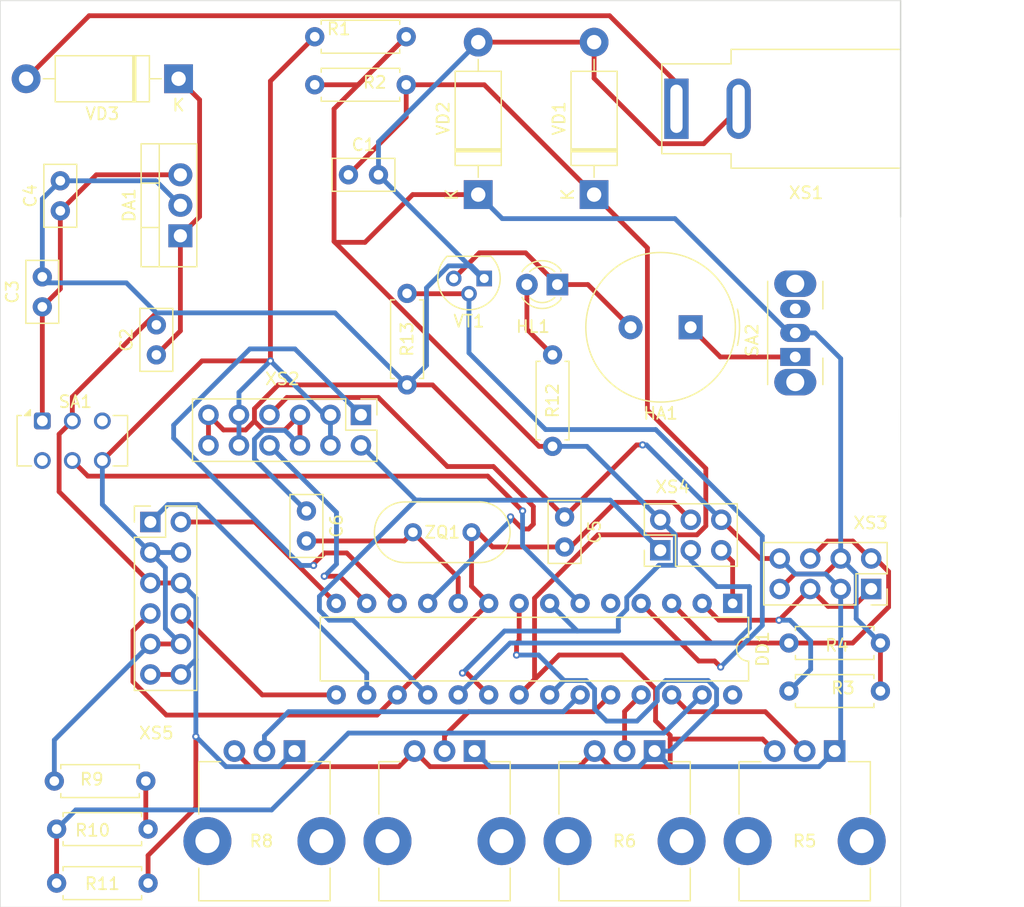
<source format=kicad_pcb>
(kicad_pcb (version 20240108) (generator "pcbnew") (generator_version "8.0")
  (layers (0 "F.Cu" signal) (31 "B.Cu" signal) (34 "B.Paste" user) (35 "F.Paste" user) (36 "B.SilkS" user "B.Silkscreen") (37 "F.SilkS" user "F.Silkscreen") (38 "B.Mask" user) (39 "F.Mask" user) (44 "Edge.Cuts" user))
  (net 0 "")
  (net 1 "GND")
  (net 2 "+2V5")
  (net 3 "Net-(DA1-IN)")
  (net 4 "Net-(DA1-OUT)")
  (net 5 "Net-(DD1-PB3)")
  (net 6 "Net-(DD1-XTAL2{slash}PB7)")
  (net 7 "Net-(DD1-~{RESET}{slash}PC6)")
  (net 8 "Net-(DD1-PD7)")
  (net 9 "Net-(DD1-PB4)")
  (net 10 "Net-(DD1-PD2)")
  (net 11 "Net-(DD1-PD1)")
  (net 12 "Net-(DD1-PC4)")
  (net 13 "Net-(DD1-PB1)")
  (net 15 "Net-(DD1-PB2)")
  (net 16 "Net-(DD1-PD6)")
  (net 17 "+5V")
  (net 18 "Net-(DD1-PD4)")
  (net 19 "Net-(DD1-PC3)")
  (net 20 "Net-(DD1-PD0)")
  (net 21 "Net-(DD1-PB0)")
  (net 22 "Net-(DD1-PD5)")
  (net 23 "Net-(DD1-PC0)")
  (net 24 "Net-(DD1-EPB5)")
  (net 26 "Net-(HA1--)")
  (net 27 "Net-(HA1-+)")
  (net 28 "Net-(HL1-A)")
  (net 29 "+BATT")
  (net 30 "Net-(R10-Pad2)")
  (net 32 "Net-(VD3-A)")
  (net 35 "Net-(DD1-PC2)")
  (net 36 "Net-(DD1-PC1)")
  (footprint "Resistor_THT:R_Axial_DIN0207_L6.3mm_D2.5mm_P7.62mm_Horizontal" (layer "F.Cu") (at 108.88 65.38 -90)
    (property "Reference" "R13")
    (property "Value" "R")
  )
  (footprint "Capacitor_THT:C_Disc_D5.0mm_W2.5mm_P2.50mm" (layer "F.Cu") (at 104 55.5)
    (property "Reference" "C1")
    (property "Value" "C")
  )
  (footprint "Connector_PinHeader_2.54mm:PinHeader_2x06_P2.54mm_Vertical" (layer "F.Cu") (at 105.04 75.5 -90)
    (property "Reference" "XS2")
    (property "Value" "CONN_12")
  )
  (footprint "Button_Switch_THT:SW_CK_JS202011CQN_DPDT_Straight" (layer "F.Cu") (at 78.5 76)
    (property "Reference" "SA1")
    (property "Value" "~")
  )
  (footprint "Diode_THT:D_DO-15_P12.70mm_Horizontal" (layer "F.Cu") (at 124.46 57.15 90)
    (property "Reference" "VD1")
    (property "Value" "VD")
  )
  (footprint "Capacitor_THT:C_Disc_D5.0mm_W2.5mm_P2.50mm" (layer "F.Cu") (at 88 70.5 90)
    (property "Reference" "C2")
    (property "Value" "C")
  )
  (footprint "Capacitor_THT:C_Disc_D5.0mm_W2.5mm_P2.50mm" (layer "F.Cu") (at 80 58.5 90)
    (property "Reference" "C4")
    (property "Value" "C")
  )
  (footprint "LED_THT:LED_D3.0mm" (layer "F.Cu") (at 121.404 64.644 180)
    (property "Reference" "HL1")
    (property "Value" "HL_LED")
  )
  (footprint "Package_TO_SOT_THT:TO-92" (layer "F.Cu") (at 115.308 64.136 180)
    (property "Reference" "VT1")
    (property "Value" "2П7240")
  )
  (footprint "Package_DIP:DIP-28_W7.62mm" (layer "F.Cu") (at 136 91.2 -90)
    (property "Reference" "DD1")
    (property "Value" "ATmega328-P")
  )
  (footprint "Resistor_THT:R_Axial_DIN0207_L6.3mm_D2.5mm_P7.62mm_Horizontal" (layer "F.Cu") (at 101.19 48)
    (property "Reference" "R2")
    (property "Value" "R")
  )
  (footprint "Capacitor_THT:C_Disc_D5.0mm_W2.5mm_P2.50mm" (layer "F.Cu") (at 122 84 -90)
    (property "Reference" "C5")
    (property "Value" "C")
  )
  (footprint "Resistor_THT:R_Axial_DIN0207_L6.3mm_D2.5mm_P7.62mm_Horizontal" (layer "F.Cu") (at 140.69 94.5)
    (property "Reference" "R4")
    (property "Value" "R")
  )
  (footprint "Potentiometer_THT:Potentiometer_TT_P0915N" (layer "F.Cu") (at 114.5 103.5 180)
    (property "Reference" "R7" (hide yes))
    (property "Value" "R_POT")
  )
  (footprint "Resistor_THT:R_Axial_DIN0207_L6.3mm_D2.5mm_P7.62mm_Horizontal" (layer "F.Cu") (at 79.69 114.5)
    (property "Reference" "R11")
    (property "Value" "R")
  )
  (footprint "Resistor_THT:R_Axial_DIN0207_L6.3mm_D2.5mm_P7.62mm_Horizontal" (layer "F.Cu") (at 87.12 106 180)
    (property "Reference" "R9")
    (property "Value" "R")
  )
  (footprint "Potentiometer_THT:Potentiometer_TT_P0915N" (layer "F.Cu") (at 99.5 103.5 180)
    (property "Reference" "R8")
    (property "Value" "R_POT")
  )
  (footprint "Connector_PinSocket_2.54mm:PinSocket_2x04_P2.54mm_Vertical" (layer "F.Cu") (at 147.54 90 -90)
    (property "Reference" "XS3")
    (property "Value" "CONN_8" (hide yes))
  )
  (footprint "Connector_BarrelJack:BarrelJack_SwitchcraftConxall_RAPC10U_Horizontal" (layer "F.Cu") (at 131.32 50 180)
    (property "Reference" "XS1")
    (property "Value" "CONN_2")
    (fp_line (start -18.67 -9) (end -18.67 9) (stroke (width 0.12)) (layer "Edge.Cuts"))
  )
  (footprint "Connector_PinHeader_2.54mm:PinHeader_2x06_P2.54mm_Vertical" (layer "F.Cu") (at 87.5 84.42)
    (property "Reference" "XS5")
    (property "Value" "CONN_12")
  )
  (footprint "Crystal:Crystal_HC49-U_Vertical" (layer "F.Cu") (at 114.25 85.275 180)
    (property "Reference" "ZQ1")
    (property "Value" "ZQ_CRYSTAL")
  )
  (footprint "Potentiometer_THT:Potentiometer_TT_P0915N" (layer "F.Cu") (at 144.5 103.5 180)
    (property "Reference" "R5")
    (property "Value" "R_POT")
  )
  (footprint "Package_TO_SOT_THT:TO-220-3_Vertical" (layer "F.Cu") (at 90 60.58 90)
    (property "Reference" "DA1")
    (property "Value" "LM7805_TO220" (hide yes))
  )
  (footprint "Button_Switch_THT:SW_Slide_SPDT_Angled_CK_OS102011MA1Q" (layer "F.Cu") (at 141.216 70.672 90)
    (property "Reference" "SA2")
    (property "Value" "SA_SPDT")
  )
  (footprint "Potentiometer_THT:Potentiometer_TT_P0915N" (layer "F.Cu") (at 129.5 103.5 180)
    (property "Reference" "R6")
    (property "Value" "R_POT")
  )
  (footprint "Capacitor_THT:C_Disc_D5.0mm_W2.5mm_P2.50mm" (layer "F.Cu") (at 100.5 83.5 -90)
    (property "Reference" "C6")
    (property "Value" "C")
  )
  (footprint "Resistor_THT:R_Axial_DIN0207_L6.3mm_D2.5mm_P7.62mm_Horizontal" (layer "F.Cu") (at 121 70.5 -90)
    (property "Reference" "R12")
    (property "Value" "R")
  )
  (footprint "Capacitor_THT:C_Disc_D5.0mm_W2.5mm_P2.50mm" (layer "F.Cu") (at 78.5 66.5 90)
    (property "Reference" "C3")
    (property "Value" "C")
  )
  (footprint "Resistor_THT:R_Axial_DIN0207_L6.3mm_D2.5mm_P7.62mm_Horizontal" (layer "F.Cu") (at 79.69 110)
    (property "Reference" "R10")
    (property "Value" "R")
  )
  (footprint "Resistor_THT:R_Axial_DIN0207_L6.3mm_D2.5mm_P7.62mm_Horizontal" (layer "F.Cu") (at 101.19 44)
    (property "Reference" "R1")
    (property "Value" "R")
  )
  (footprint "Diode_THT:D_DO-15_P12.70mm_Horizontal" (layer "F.Cu") (at 89.85 47.5 180)
    (property "Reference" "VD3")
    (property "Value" "VD_Schottky")
  )
  (footprint "Resistor_THT:R_Axial_DIN0207_L6.3mm_D2.5mm_P7.62mm_Horizontal" (layer "F.Cu") (at 140.69 98.5)
    (property "Reference" "R3")
    (property "Value" "R")
  )
  (footprint "Diode_THT:D_DO-15_P12.70mm_Horizontal" (layer "F.Cu") (at 114.808 57.15 90)
    (property "Reference" "VD2")
    (property "Value" "VD")
  )
  (footprint "Connector_PinHeader_2.54mm:PinHeader_2x03_P2.54mm_Vertical" (layer "F.Cu") (at 129.975 86.775 90)
    (property "Reference" "XS4")
    (property "Value" "CONN_6")
  )
  (footprint "Buzzer_Beeper:Buzzer_TDK_PS1240P02BT_D12.2mm_H6.5mm" (layer "F.Cu") (at 132.5 68.2 180)
    (property "Reference" "HA1")
    (property "Value" "Buzzer")
  )
  (gr_line (start 75 41) (end 75 116) (stroke (width 0.05)) (layer "Edge.Cuts"))
  (gr_line (start 75 41) (end 149.99 41) (stroke (width 0.05)) (layer "Edge.Cuts"))
  (gr_line (start 75 116) (end 75 116.5) (stroke (width 0.05)) (layer "Edge.Cuts"))
  (gr_line (start 150 116.5) (end 75 116.5) (stroke (width 0.05)) (layer "Edge.Cuts"))
  (gr_line (start 150 116.5) (end 149.99 59) (stroke (width 0.05)) (layer "Edge.Cuts"))
  (segment (start 128 78) (end 128.5 78) (width 0.4) (layer "F.Cu") (net 1))
  (segment (start 98.71 76.75) (end 99.96 75.5) (width 0.4) (layer "F.Cu") (net 1))
  (segment (start 91.29 108.21) (end 87.31 112.19) (width 0.4) (layer "F.Cu") (net 1))
  (segment (start 90.04 97.12) (end 87.5 97.12) (width 0.4) (layer "F.Cu") (net 1))
  (segment (start 136.5 50) (end 133.59 52.91) (width 0.4) (layer "F.Cu") (net 1))
  (segment (start 135.055 84.235) (end 138.28 87.46) (width 0.4) (layer "F.Cu") (net 1))
  (segment (start 79.9 77.1) (end 81 76) (width 0.4) (layer "F.Cu") (net 1))
  (segment (start 96.902233 76.75) (end 98.71 76.75) (width 0.4) (layer "F.Cu") (net 1))
  (segment (start 92.34 75.5) (end 93.59 76.75) (width 0.4) (layer "F.Cu") (net 1))
  (segment (start 93.59 76.75) (end 95.437767 76.75) (width 0.4) (layer "F.Cu") (net 1))
  (segment (start 124.46 47.46) (end 124.46 44.45) (width 0.4) (layer "F.Cu") (net 1))
  (segment (start 81 74) (end 88 67) (width 0.4) (layer "F.Cu") (net 1))
  (segment (start 99.96 75.5) (end 99.96 78.04) (width 0.4) (layer "F.Cu") (net 1))
  (segment (start 96.17 76.017767) (end 96.902233 76.75) (width 0.4) (layer "F.Cu") (net 1))
  (segment (start 138.28 87.46) (end 139.92 87.46) (width 0.4) (layer "F.Cu") (net 1))
  (segment (start 118 94.5) (end 118.22 94.28) (width 0.4) (layer "F.Cu") (net 1))
  (segment (start 92.34 75.5) (end 92.34 78.04) (width 0.4) (layer "F.Cu") (net 1))
  (segment (start 87.31 112.19) (end 87.31 114.5) (width 0.4) (layer "F.Cu") (net 1))
  (segment (start 122 84) (end 128 78) (width 0.4) (layer "F.Cu") (net 1))
  (segment (start 87.5 89.5) (end 79.9 81.9) (width 0.4) (layer "F.Cu") (net 1))
  (segment (start 108.88 73) (end 98.152233 73) (width 0.4) (layer "F.Cu") (net 1))
  (segment (start 79.9 81.9) (end 79.9 77.1) (width 0.4) (layer "F.Cu") (net 1))
  (segment (start 96.17 74.982233) (end 96.17 76.017767) (width 0.4) (layer "F.Cu") (net 1))
  (segment (start 90.04 89.5) (end 87.5 89.5) (width 0.4) (layer "F.Cu") (net 1))
  (segment (start 95.437767 76.75) (end 96.17 76.017767) (width 0.4) (layer "F.Cu") (net 1))
  (segment (start 133.59 52.91) (end 129.91 52.91) (width 0.4) (layer "F.Cu") (net 1))
  (segment (start 81 76) (end 81 74) (width 0.4) (layer "F.Cu") (net 1))
  (segment (start 118.22 94.28) (end 118.22 91.2) (width 0.4) (layer "F.Cu") (net 1))
  (segment (start 98.152233 73) (end 96.17 74.982233) (width 0.4) (layer "F.Cu") (net 1))
  (segment (start 129.91 52.91) (end 124.46 47.46) (width 0.4) (layer "F.Cu") (net 1))
  (segment (start 91.29 102.29) (end 91.29 108.21) (width 0.4) (layer "F.Cu") (net 1))
  (segment (start 111 73) (end 108.88 73) (width 0.4) (layer "F.Cu") (net 1))
  (segment (start 124.46 44.45) (end 114.808 44.45) (width 0.4) (layer "F.Cu") (net 1))
  (segment (start 118 95.5) (end 118 94.5) (width 0.4) (layer "F.Cu") (net 1))
  (segment (start 122 84) (end 111 73) (width 0.4) (layer "F.Cu") (net 1))
  (via (at 118 95.5) (size 0.6) (drill 0.3) (layers "F.Cu" "B.Cu") (net 1))
  (via (at 91.29 102.29) (size 0.6) (drill 0.3) (layers "F.Cu" "B.Cu") (net 1))
  (via (at 128.5 78) (size 0.6) (drill 0.3) (layers "F.Cu" "B.Cu") (net 1))
  (segment (start 114.258 63.086) (end 112.333075 63.086) (width 0.4) (layer "B.Cu") (net 1))
  (segment (start 90.04 97.12) (end 91.29 95.87) (width 0.4) (layer "B.Cu") (net 1))
  (segment (start 91.29 95.87) (end 91.29 90.75) (width 0.4) (layer "B.Cu") (net 1))
  (segment (start 128.5 78) (end 128.82 78) (width 0.4) (layer "B.Cu") (net 1))
  (segment (start 108.88 73) (end 102.88 67) (width 0.4) (layer "B.Cu") (net 1))
  (segment (start 85.5 64.5) (end 78.5 64.5) (width 0.4) (layer "B.Cu") (net 1))
  (segment (start 134.66 99.64) (end 130.8 103.5) (width 0.4) (layer "B.Cu") (net 1))
  (segment (start 78.5 57.5) (end 80 56) (width 0.4) (layer "B.Cu") (net 1))
  (segment (start 106.5 55.5) (end 115.136 64.136) (width 0.4) (layer "B.Cu") (net 1))
  (segment (start 130.8 103.5) (end 129.5 103.5) (width 0.4) (layer "B.Cu") (net 1))
  (segment (start 129.72 98.322943) (end 130.422943 97.62) (width 0.4) (layer "B.Cu") (net 1))
  (segment (start 143.75 88.75) (end 145 90) (width 0.4) (layer "B.Cu") (net 1))
  (segment (start 128.037057 101) (end 129.72 99.317057) (width 0.4) (layer "B.Cu") (net 1))
  (segment (start 125.5 101) (end 128.037057 101) (width 0.4) (layer "B.Cu") (net 1))
  (segment (start 98.2 104.8) (end 99.5 103.5) (width 0.4) (layer "B.Cu") (net 1))
  (segment (start 106.5 52.758) (end 106.5 55.5) (width 0.4) (layer "B.Cu") (net 1))
  (segment (start 121.96 97.62) (end 123.797057 97.62) (width 0.4) (layer "B.Cu") (net 1))
  (segment (start 112.333075 63.086) (end 110.5 64.919075) (width 0.4) (layer "B.Cu") (net 1))
  (segment (start 93.8 104.8) (end 98.2 104.8) (width 0.4) (layer "B.Cu") (net 1))
  (segment (start 145 103) (end 144.5 103.5) (width 0.4) (layer "B.Cu") (net 1))
  (segment (start 130.422943 97.62) (end 133.957057 97.62) (width 0.4) (layer "B.Cu") (net 1))
  (segment (start 87.96 56) (end 90 58.04) (width 0.4) (layer "B.Cu") (net 1))
  (segment (start 80 56) (end 87.96 56) (width 0.4) (layer "B.Cu") (net 1))
  (segment (start 133.957057 97.62) (end 134.66 98.322943) (width 0.4) (layer "B.Cu") (net 1))
  (segment (start 91.29 90.75) (end 90.04 89.5) (width 0.4) (layer "B.Cu") (net 1))
  (segment (start 88 67) (end 85.5 64.5) (width 0.4) (layer "B.Cu") (net 1))
  (segment (start 129.5 103.5) (end 128.2 104.8) (width 0.4) (layer "B.Cu") (net 1))
  (segment (start 130.8 104.8) (end 129.5 103.5) (width 0.4) (layer "B.Cu") (net 1))
  (segment (start 143.2 104.8) (end 130.8 104.8) (width 0.4) (layer "B.Cu") (net 1))
  (segment (start 102.88 67) (end 88 67) (width 0.4) (layer "B.Cu") (net 1))
  (segment (start 114.808 44.45) (end 106.5 52.758) (width 0.4) (layer "B.Cu") (net 1))
  (segment (start 96.902233 76.79) (end 96.17 77.522233) (width 0.4) (layer "B.Cu") (net 1))
  (segment (start 134.66 98.322943) (end 134.66 99.64) (width 0.4) (layer "B.Cu") (net 1))
  (segment (start 98.71 76.79) (end 96.902233 76.79) (width 0.4) (layer "B.Cu") (net 1))
  (segment (start 128.82 78) (end 135.055 84.235) (width 0.4) (layer "B.Cu") (net 1))
  (segment (start 91.29 95.87) (end 91.29 102.29) (width 0.4) (layer "B.Cu") (net 1))
  (segment (start 110.5 71.38) (end 108.88 73) (width 0.4) (layer "B.Cu") (net 1))
  (segment (start 96.17 77.522233) (end 96.17 79.17) (width 0.4) (layer "B.Cu") (net 1))
  (segment (start 121.96 97.62) (end 119.84 95.5) (width 0.4) (layer "B.Cu") (net 1))
  (segment (start 139.92 87.46) (end 141.21 88.75) (width 0.4) (layer "B.Cu") (net 1))
  (segment (start 115.308 64.136) (end 114.258 63.086) (width 0.4) (layer "B.Cu") (net 1))
  (segment (start 119.84 95.5) (end 118 95.5) (width 0.4) (layer "B.Cu") (net 1))
  (segment (start 78.5 64.5) (end 78.5 57.5) (width 0.4) (layer "B.Cu") (net 1))
  (segment (start 145 90) (end 145 103) (width 0.4) (layer "B.Cu") (net 1))
  (segment (start 124.5 98.322943) (end 124.5 100) (width 0.4) (layer "B.Cu") (net 1))
  (segment (start 124.5 100) (end 125.5 101) (width 0.4) (layer "B.Cu") (net 1))
  (segment (start 96.17 79.17) (end 100.5 83.5) (width 0.4) (layer "B.Cu") (net 1))
  (segment (start 115.136 64.136) (end 115.308 64.136) (width 0.4) (layer "B.Cu") (net 1))
  (segment (start 110.5 64.919075) (end 110.5 71.38) (width 0.4) (layer "B.Cu") (net 1))
  (segment (start 99.96 78.04) (end 98.71 76.79) (width 0.4) (layer "B.Cu") (net 1))
  (segment (start 115.8 104.8) (end 114.5 103.5) (width 0.4) (layer "B.Cu") (net 1))
  (segment (start 91.29 102.29) (end 93.8 104.8) (width 0.4) (layer "B.Cu") (net 1))
  (segment (start 141.21 88.75) (end 143.75 88.75) (width 0.4) (layer "B.Cu") (net 1))
  (segment (start 129.72 99.317057) (end 129.72 98.322943) (width 0.4) (layer "B.Cu") (net 1))
  (segment (start 144.5 103.5) (end 143.2 104.8) (width 0.4) (layer "B.Cu") (net 1))
  (segment (start 123.797057 97.62) (end 124.5 98.322943) (width 0.4) (layer "B.Cu") (net 1))
  (segment (start 128.2 104.8) (end 115.8 104.8) (width 0.4) (layer "B.Cu") (net 1))
  (segment (start 120.76 98.82) (end 121.96 97.62) (width 0.4) (layer "B.Cu") (net 1))
  (segment (start 124.777943 85.485) (end 119.5 90.762943) (width 0.4) (layer "F.Cu") (net 2))
  (segment (start 130.8 104.8) (end 125.8 104.8) (width 0.4) (layer "F.Cu") (net 2))
  (segment (start 133.765 84.752767) (end 133.032767 85.485) (width 0.4) (layer "F.Cu") (net 2))
  (segment (start 108.81 50.69) (end 108.81 48) (width 0.4) (layer "F.Cu") (net 2))
  (segment (start 129.58 98.322943) (end 129.58 100.98) (width 0.4) (layer "F.Cu") (net 2))
  (segment (start 119.5 97.54) (end 118.22 98.82) (width 0.4) (layer "F.Cu") (net 2))
  (segment (start 129.58 100.98) (end 130.8 102.2) (width 0.4) (layer "F.Cu") (net 2))
  (segment (start 121.54 95.5) (end 126.757057 95.5) (width 0.4) (layer "F.Cu") (net 2))
  (segment (start 104 55.5) (end 108.81 50.69) (width 0.4) (layer "F.Cu") (net 2))
  (segment (start 119.5 90.762943) (end 119.5 97.54) (width 0.4) (layer "F.Cu") (net 2))
  (segment (start 124.5 103.5) (end 123.2 104.8) (width 0.4) (layer "F.Cu") (net 2))
  (segment (start 108.81 48) (end 115.31 48) (width 0.4) (layer "F.Cu") (net 2))
  (segment (start 118.22 98.82) (end 121.54 95.5) (width 0.4) (layer "F.Cu") (net 2))
  (segment (start 138.5 102.5) (end 139.5 103.5) (width 0.4) (layer "F.Cu") (net 2))
  (segment (start 130.8 102.2) (end 130.8 102.5) (width 0.4) (layer "F.Cu") (net 2))
  (segment (start 115.31 48) (end 124.46 57.15) (width 0.4) (layer "F.Cu") (net 2))
  (segment (start 133.765 79.965) (end 133.765 84.752767) (width 0.4) (layer "F.Cu") (net 2))
  (segment (start 109.5 103.5) (end 108.2 104.8) (width 0.4) (layer "F.Cu") (net 2))
  (segment (start 126.757057 95.5) (end 129.58 98.322943) (width 0.4) (layer "F.Cu") (net 2))
  (segment (start 128.9 75.1) (end 133.765 79.965) (width 0.4) (layer "F.Cu") (net 2))
  (segment (start 95.8 104.8) (end 94.5 103.5) (width 0.4) (layer "F.Cu") (net 2))
  (segment (start 128.9 61.59) (end 128.9 75.1) (width 0.4) (layer "F.Cu") (net 2))
  (segment (start 108.2 104.8) (end 95.8 104.8) (width 0.4) (layer "F.Cu") (net 2))
  (segment (start 130.8 102.5) (end 130.8 104.8) (width 0.4) (layer "F.Cu") (net 2))
  (segment (start 123.2 104.8) (end 110.8 104.8) (width 0.4) (layer "F.Cu") (net 2))
  (segment (start 110.8 104.8) (end 109.5 103.5) (width 0.4) (layer "F.Cu") (net 2))
  (segment (start 125.8 104.8) (end 124.5 103.5) (width 0.4) (layer "F.Cu") (net 2))
  (segment (start 130.8 102.5) (end 138.5 102.5) (width 0.4) (layer "F.Cu") (net 2))
  (segment (start 124.46 57.15) (end 128.9 61.59) (width 0.4) (layer "F.Cu") (net 2))
  (segment (start 133.032767 85.485) (end 124.777943 85.485) (width 0.4) (layer "F.Cu") (net 2))
  (segment (start 90 68.5) (end 88 70.5) (width 0.4) (layer "F.Cu") (net 3))
  (segment (start 91.6 49.25) (end 91.6 58.98) (width 0.4) (layer "F.Cu") (net 3))
  (segment (start 89.85 47.5) (end 91.6 49.25) (width 0.4) (layer "F.Cu") (net 3))
  (segment (start 91.6 58.98) (end 90 60.58) (width 0.4) (layer "F.Cu") (net 3))
  (segment (start 90 60.58) (end 90 68.5) (width 0.4) (layer "F.Cu") (net 3))
  (segment (start 83 55.5) (end 80 58.5) (width 0.4) (layer "F.Cu") (net 4))
  (segment (start 90 55.5) (end 83 55.5) (width 0.4) (layer "F.Cu") (net 4))
  (segment (start 80 65) (end 78.5 66.5) (width 0.4) (layer "F.Cu") (net 4))
  (segment (start 78.5 66.5) (end 78.5 76) (width 0.4) (layer "F.Cu") (net 4))
  (segment (start 80 58.5) (end 80 65) (width 0.4) (layer "F.Cu") (net 4))
  (segment (start 131.065 82.785) (end 132.515 84.235) (width 0.4) (layer "F.Cu") (net 5))
  (segment (start 87.5 92.04) (end 86.05 93.49) (width 0.4) (layer "F.Cu") (net 5))
  (segment (start 122.5 86.5) (end 126.215 82.785) (width 0.4) (layer "F.Cu") (net 5))
  (segment (start 122 86.5) (end 122.5 86.5) (width 0.4) (layer "F.Cu") (net 5))
  (segment (start 126.215 82.785) (end 131.065 82.785) (width 0.4) (layer "F.Cu") (net 5))
  (segment (start 114.25 89.77) (end 115.68 91.2) (width 0.4) (layer "F.Cu") (net 5))
  (segment (start 115.68 91.2) (end 108.06 98.82) (width 0.4) (layer "F.Cu") (net 5))
  (segment (start 86.05 97.72061) (end 88.82939 100.5) (width 0.4) (layer "F.Cu") (net 5))
  (segment (start 114.25 85.275) (end 114.775 85.275) (width 0.4) (layer "F.Cu") (net 5))
  (segment (start 114.775 85.275) (end 116 86.5) (width 0.4) (layer "F.Cu") (net 5))
  (segment (start 116 86.5) (end 122 86.5) (width 0.4) (layer "F.Cu") (net 5))
  (segment (start 88.82939 100.5) (end 106.38 100.5) (width 0.4) (layer "F.Cu") (net 5))
  (segment (start 106.38 100.5) (end 108.06 98.82) (width 0.4) (layer "F.Cu") (net 5))
  (segment (start 114.25 85.275) (end 114.25 89.77) (width 0.4) (layer "F.Cu") (net 5))
  (segment (start 86.05 93.49) (end 86.05 97.72061) (width 0.4) (layer "F.Cu") (net 5))
  (segment (start 108.645 86) (end 109.37 85.275) (width 0.4) (layer "F.Cu") (net 6))
  (segment (start 100.5 86) (end 108.645 86) (width 0.4) (layer "F.Cu") (net 6))
  (segment (start 113.14 89.045) (end 113.14 91.2) (width 0.4) (layer "F.Cu") (net 6))
  (segment (start 109.37 85.275) (end 113.14 89.045) (width 0.4) (layer "F.Cu") (net 6))
  (segment (start 136 87.72) (end 135.055 86.775) (width 0.4) (layer "F.Cu") (net 7))
  (segment (start 136 91.2) (end 136 87.72) (width 0.4) (layer "F.Cu") (net 7))
  (segment (start 105.52 91.2) (end 103.257257 88.937257) (width 0.4) (layer "F.Cu") (net 8))
  (segment (start 103.257257 88.937257) (end 101.990051 88.937257) (width 0.4) (layer "F.Cu") (net 8))
  (via (at 101.990051 88.937257) (size 0.6) (drill 0.3) (layers "F.Cu" "B.Cu") (net 8))
  (segment (start 103 87.927308) (end 103 83.62) (width 0.4) (layer "B.Cu") (net 8))
  (segment (start 101.990051 88.937257) (end 103 87.927308) (width 0.4) (layer "B.Cu") (net 8))
  (segment (start 103 83.62) (end 97.42 78.04) (width 0.4) (layer "B.Cu") (net 8))
  (segment (start 125.8 82.6) (end 110 82.6) (width 0.4) (layer "B.Cu") (net 9))
  (segment (start 109.6 82.6) (end 105.04 78.04) (width 0.4) (layer "B.Cu") (net 9))
  (segment (start 101.58 90.620101) (end 109.600101 82.6) (width 0.4) (layer "B.Cu") (net 9))
  (segment (start 109.600101 82.6) (end 110 82.6) (width 0.4) (layer "B.Cu") (net 9))
  (segment (start 101.58 91.779899) (end 101.58 90.620101) (width 0.4) (layer "B.Cu") (net 9))
  (segment (start 129.975 86.775) (end 125.8 82.6) (width 0.4) (layer "B.Cu") (net 9))
  (segment (start 110 82.6) (end 109.6 82.6) (width 0.4) (layer "B.Cu") (net 9))
  (segment (start 110.6 98.82) (end 104.38 92.6) (width 0.4) (layer "B.Cu") (net 9))
  (segment (start 104.38 92.6) (end 102.400101 92.6) (width 0.4) (layer "B.Cu") (net 9))
  (segment (start 102.400101 92.6) (end 101.58 91.779899) (width 0.4) (layer "B.Cu") (net 9))
  (segment (start 108.906 65.406) (end 114.038 65.406) (width 0.4) (layer "F.Cu") (net 10))
  (segment (start 108.88 65.38) (end 108.906 65.406) (width 0.4) (layer "F.Cu") (net 10))
  (segment (start 133.18 96) (end 128.38 91.2) (width 0.4) (layer "F.Cu") (net 10))
  (segment (start 134.5 96) (end 133.18 96) (width 0.4) (layer "F.Cu") (net 10))
  (segment (start 135 96.5) (end 134.5 96) (width 0.4) (layer "F.Cu") (net 10))
  (via (at 135 96.5) (size 0.6) (drill 0.3) (layers "F.Cu" "B.Cu") (net 10))
  (segment (start 138.47 85.59939) (end 138.47 93.03) (width 0.4) (layer "B.Cu") (net 10))
  (segment (start 120.420101 76.72) (end 129.59061 76.72) (width 0.4) (layer "B.Cu") (net 10))
  (segment (start 138.47 93.03) (end 135 96.5) (width 0.4) (layer "B.Cu") (net 10))
  (segment (start 114.038 70.337899) (end 120.420101 76.72) (width 0.4) (layer "B.Cu") (net 10))
  (segment (start 114.038 65.406) (end 114.038 70.337899) (width 0.4) (layer "B.Cu") (net 10))
  (segment (start 129.59061 76.72) (end 138.47 85.59939) (width 0.4) (layer "B.Cu") (net 10))
  (segment (start 143.91 86.01) (end 142.46 87.46) (width 0.4) (layer "F.Cu") (net 11))
  (segment (start 148.99 88.55) (end 147.9 87.46) (width 0.4) (layer "F.Cu") (net 11))
  (segment (start 147.54 87.46) (end 147.46 87.46) (width 0.4) (layer "F.Cu") (net 11))
  (segment (start 134.22 94.5) (end 130.92 91.2) (width 0.4) (layer "F.Cu") (net 11))
  (segment (start 146 94.5) (end 148.99 91.51) (width 0.4) (layer "F.Cu") (net 11))
  (segment (start 147.46 87.46) (end 146.01 86.01) (width 0.4) (layer "F.Cu") (net 11))
  (segment (start 140.69 94.5) (end 134.22 94.5) (width 0.4) (layer "F.Cu") (net 11))
  (segment (start 148.99 91.51) (end 148.99 88.55) (width 0.4) (layer "F.Cu") (net 11))
  (segment (start 147.9 87.46) (end 147.54 87.46) (width 0.4) (layer "F.Cu") (net 11))
  (segment (start 140.69 94.5) (end 146 94.5) (width 0.4) (layer "F.Cu") (net 11))
  (segment (start 146.01 86.01) (end 143.91 86.01) (width 0.4) (layer "F.Cu") (net 11))
  (segment (start 79.69 114.5) (end 79.69 110) (width 0.4) (layer "F.Cu") (net 12))
  (segment (start 81.29 108.4) (end 79.69 110) (width 0.4) (layer "B.Cu") (net 12))
  (segment (start 130.28 102) (end 104 102) (width 0.4) (layer "B.Cu") (net 12))
  (segment (start 104 102) (end 97.6 108.4) (width 0.4) (layer "B.Cu") (net 12))
  (segment (start 133.46 98.82) (end 130.28 102) (width 0.4) (layer "B.Cu") (net 12))
  (segment (start 97.6 108.4) (end 81.29 108.4) (width 0.4) (layer "B.Cu") (net 12))
  (segment (start 96.82 98.82) (end 90.04 92.04) (width 0.4) (layer "F.Cu") (net 13))
  (segment (start 102.98 98.82) (end 96.82 98.82) (width 0.4) (layer "F.Cu") (net 13))
  (segment (start 91.47 82.97) (end 105.52 97.02) (width 0.4) (layer "B.Cu") (net 15))
  (segment (start 88.95 82.97) (end 91.47 82.97) (width 0.4) (layer "B.Cu") (net 15))
  (segment (start 105.52 97.02) (end 105.52 98.82) (width 0.4) (layer "B.Cu") (net 15))
  (segment (start 87.5 84.42) (end 88.95 82.97) (width 0.4) (layer "B.Cu") (net 15))
  (segment (start 101.090779 88.037985) (end 101.090779 87.909221) (width 0.4) (layer "F.Cu") (net 16))
  (segment (start 101.090779 87.909221) (end 102 87) (width 0.4) (layer "F.Cu") (net 16))
  (segment (start 102 87) (end 103.86 87) (width 0.4) (layer "F.Cu") (net 16))
  (segment (start 103.86 87) (end 108.06 91.2) (width 0.4) (layer "F.Cu") (net 16))
  (via (at 101.090779 88.037985) (size 0.6) (drill 0.3) (layers "F.Cu" "B.Cu") (net 16))
  (segment (start 95.78939 70) (end 89.43939 76.35) (width 0.4) (layer "B.Cu") (net 16))
  (segment (start 89.43939 77.43939) (end 100.037985 88.037985) (width 0.4) (layer "B.Cu") (net 16))
  (segment (start 105.04 75.5) (end 99.54 70) (width 0.4) (layer "B.Cu") (net 16))
  (segment (start 100.037985 88.037985) (end 101.090779 88.037985) (width 0.4) (layer "B.Cu") (net 16))
  (segment (start 99.54 70) (end 95.78939 70) (width 0.4) (layer "B.Cu") (net 16))
  (segment (start 89.43939 76.35) (end 89.43939 77.43939) (width 0.4) (layer "B.Cu") (net 16))
  (segment (start 105.374315 61.125685) (end 109.35 57.15) (width 0.4) (layer "F.Cu") (net 17))
  (segment (start 141.17 88.75) (end 139.92 90) (width 0.4) (layer "F.Cu") (net 17))
  (segment (start 102.874315 61.125685) (end 105.374315 61.125685) (width 0.4) (layer "F.Cu") (net 17))
  (segment (start 145 87.46) (end 143.71 88.75) (width 0.4) (layer "F.Cu") (net 17))
  (segment (start 143.71 88.75) (end 141.17 88.75) (width 0.4) (layer "F.Cu") (net 17))
  (segment (start 102.874315 61.125685) (end 119.86863 78.12) (width 0.4) (layer "F.Cu") (net 17))
  (segment (start 148.31 94.5) (end 148.31 98.5) (width 0.4) (layer "F.Cu") (net 17))
  (segment (start 109.35 57.15) (end 114.808 57.15) (width 0.4) (layer "F.Cu") (net 17))
  (segment (start 119.86863 78.12) (end 121 78.12) (width 0.4) (layer "F.Cu") (net 17))
  (segment (start 104.81 48) (end 108.81 44) (width 0.4) (layer "F.Cu") (net 17))
  (segment (start 102.8 61.05137) (end 102.874315 61.125685) (width 0.4) (layer "F.Cu") (net 17))
  (segment (start 113.5 97) (end 113.86 97) (width 0.4) (layer "F.Cu") (net 17))
  (segment (start 102.8 50.01) (end 102.8 61.05137) (width 0.4) (layer "F.Cu") (net 17))
  (segment (start 113.86 97) (end 115.68 98.82) (width 0.4) (layer "F.Cu") (net 17))
  (segment (start 108.81 44) (end 102.8 50.01) (width 0.4) (layer "F.Cu") (net 17))
  (segment (start 101.19 48) (end 104.81 48) (width 0.4) (layer "F.Cu") (net 17))
  (via (at 113.5 97) (size 0.6) (drill 0.3) (layers "F.Cu" "B.Cu") (net 17))
  (segment (start 145 70.806) (end 145 87.46) (width 0.4) (layer "B.Cu") (net 17))
  (segment (start 142.866 68.672) (end 145 70.806) (width 0.4) (layer "B.Cu") (net 17))
  (segment (start 127.18 91.697057) (end 127.18 90.702943) (width 0.4) (layer "B.Cu") (net 17))
  (segment (start 123.86 78.12) (end 121 78.12) (width 0.4) (layer "B.Cu") (net 17))
  (segment (start 123.06 93.5) (end 117 93.5) (width 0.4) (layer "B.Cu") (net 17))
  (segment (start 123.06 93.5) (end 126.5 93.5) (width 0.4) (layer "B.Cu") (net 17))
  (segment (start 127.18 90.702943) (end 129.857943 88.025) (width 0.4) (layer "B.Cu") (net 17))
  (segment (start 116.808 59.15) (end 114.808 57.15) (width 0.4) (layer "B.Cu") (net 17))
  (segment (start 129.857943 88.025) (end 131.225 88.025) (width 0.4) (layer "B.Cu") (net 17))
  (segment (start 126.477057 93.477057) (end 126.477057 92.4) (width 0.4) (layer "B.Cu") (net 17))
  (segment (start 141.216 68.672) (end 142.866 68.672) (width 0.4) (layer "B.Cu") (net 17))
  (segment (start 140.716 68.672) (end 131.194 59.15) (width 0.4) (layer "B.Cu") (net 17))
  (segment (start 131.225 88.025) (end 131.225 85.485) (width 0.4) (layer "B.Cu") (net 17))
  (segment (start 120.76 91.2) (end 123.06 93.5) (width 0.4) (layer "B.Cu") (net 17))
  (segment (start 117 93.5) (end 113.5 97) (width 0.4) (layer "B.Cu") (net 17))
  (segment (start 141.216 68.672) (end 140.716 68.672) (width 0.4) (layer "B.Cu") (net 17))
  (segment (start 126.5 93.5) (end 126.477057 93.477057) (width 0.4) (layer "B.Cu") (net 17))
  (segment (start 126.477057 92.4) (end 127.18 91.697057) (width 0.4) (layer "B.Cu") (net 17))
  (segment (start 146.29 92.48) (end 148.31 94.5) (width 0.4) (layer "B.Cu") (net 17))
  (segment (start 131.225 85.485) (end 129.975 84.235) (width 0.4) (layer "B.Cu") (net 17))
  (segment (start 145 87.46) (end 146.29 88.75) (width 0.4) (layer "B.Cu") (net 17))
  (segment (start 131.194 59.15) (end 116.808 59.15) (width 0.4) (layer "B.Cu") (net 17))
  (segment (start 129.975 84.235) (end 123.86 78.12) (width 0.4) (layer "B.Cu") (net 17))
  (segment (start 146.29 88.75) (end 146.29 92.48) (width 0.4) (layer "B.Cu") (net 17))
  (segment (start 115.6 80.6) (end 82.3 80.6) (width 0.4) (layer "F.Cu") (net 18))
  (segment (start 118.5 83.5) (end 115.6 80.6) (width 0.4) (layer "F.Cu") (net 18))
  (segment (start 82.3 80.6) (end 81 79.3) (width 0.4) (layer "F.Cu") (net 18))
  (via (at 118.5 83.5) (size 0.6) (drill 0.3) (layers "F.Cu" "B.Cu") (net 18))
  (segment (start 123.3 91.2) (end 118.5 86.4) (width 0.4) (layer "B.Cu") (net 18))
  (segment (start 118.5 86.4) (end 118.5 83.5) (width 0.4) (layer "B.Cu") (net 18))
  (segment (start 132.32 100.22) (end 138.72 100.22) (width 0.4) (layer "F.Cu") (net 19))
  (segment (start 130.92 98.82) (end 132.32 100.22) (width 0.4) (layer "F.Cu") (net 19))
  (segment (start 138.72 100.22) (end 142 103.5) (width 0.4) (layer "F.Cu") (net 19))
  (segment (start 142.46 90) (end 142.5 90) (width 0.4) (layer "F.Cu") (net 20))
  (segment (start 142.5 90) (end 143.95 91.45) (width 0.4) (layer "F.Cu") (net 20))
  (segment (start 146.09 91.45) (end 147.54 90) (width 0.4) (layer "F.Cu") (net 20))
  (segment (start 143.95 91.45) (end 146.09 91.45) (width 0.4) (layer "F.Cu") (net 20))
  (segment (start 139.86 92.6) (end 142.46 90) (width 0.4) (layer "F.Cu") (net 20))
  (segment (start 133.46 91.2) (end 134.86 92.6) (width 0.4) (layer "F.Cu") (net 20))
  (segment (start 134.86 92.6) (end 139.86 92.6) (width 0.4) (layer "F.Cu") (net 20))
  (via (at 139.86 92.6) (size 0.6) (drill 0.3) (layers "F.Cu" "B.Cu") (net 20))
  (segment (start 142.5 96.69) (end 140.69 98.5) (width 0.4) (layer "B.Cu") (net 20))
  (segment (start 139.86 92.6) (end 140.769899 92.6) (width 0.4) (layer "B.Cu") (net 20))
  (segment (start 140.769899 92.6) (end 142.5 94.330101) (width 0.4) (layer "B.Cu") (net 20))
  (segment (start 142.5 94.330101) (end 142.5 96.69) (width 0.4) (layer "B.Cu") (net 20))
  (segment (start 96.2 84.42) (end 102.98 91.2) (width 0.4) (layer "F.Cu") (net 21))
  (segment (start 90.04 84.42) (end 96.2 84.42) (width 0.4) (layer "F.Cu") (net 21))
  (segment (start 97.42 75.5) (end 98.87 74.05) (width 0.4) (layer "F.Cu") (net 22))
  (segment (start 119.4 84.6) (end 119 85) (width 0.4) (layer "F.Cu") (net 22))
  (segment (start 119 85) (end 118.5 85) (width 0.4) (layer "F.Cu") (net 22))
  (segment (start 98.87 74.05) (end 106.49 74.05) (width 0.4) (layer "F.Cu") (net 22))
  (segment (start 119.4 83.127207) (end 119.4 84.6) (width 0.4) (layer "F.Cu") (net 22))
  (segment (start 112.24 79.8) (end 116.072793 79.8) (width 0.4) (layer "F.Cu") (net 22))
  (segment (start 118.5 85) (end 117.5 84) (width 0.4) (layer "F.Cu") (net 22))
  (segment (start 116.072793 79.8) (end 119.4 83.127207) (width 0.4) (layer "F.Cu") (net 22))
  (segment (start 106.49 74.05) (end 112.24 79.8) (width 0.4) (layer "F.Cu") (net 22))
  (via (at 117.5 84) (size 0.6) (drill 0.3) (layers "F.Cu" "B.Cu") (net 22))
  (segment (start 117.5 84) (end 117.5 84.3) (width 0.4) (layer "B.Cu") (net 22))
  (segment (start 117.5 84.3) (end 110.6 91.2) (width 0.4) (layer "B.Cu") (net 22))
  (segment (start 99.007208 100.22) (end 121.9 100.22) (width 0.4) (layer "B.Cu") (net 23))
  (segment (start 121.9 100.22) (end 123.3 98.82) (width 0.4) (layer "B.Cu") (net 23))
  (segment (start 97 102.227208) (end 99.007208 100.22) (width 0.4) (layer "B.Cu") (net 23))
  (segment (start 97 103.5) (end 97 102.227208) (width 0.4) (layer "B.Cu") (net 23))
  (segment (start 134.689899 89.8) (end 137.4 89.8) (width 0.4) (layer "B.Cu") (net 24))
  (segment (start 132.515 87.625101) (end 134.689899 89.8) (width 0.4) (layer "B.Cu") (net 24))
  (segment (start 137.4 89.8) (end 137.4 93.251472) (width 0.4) (layer "B.Cu") (net 24))
  (segment (start 117.46 94.5) (end 113.14 98.82) (width 0.4) (layer "B.Cu") (net 24))
  (segment (start 132.515 86.775) (end 132.515 87.625101) (width 0.4) (layer "B.Cu") (net 24))
  (segment (start 136.151472 94.5) (end 117.46 94.5) (width 0.4) (layer "B.Cu") (net 24))
  (segment (start 137.4 93.251472) (end 136.151472 94.5) (width 0.4) (layer "B.Cu") (net 24))
  (segment (start 118.76 62) (end 114.904 62) (width 0.4) (layer "F.Cu") (net 26))
  (segment (start 121.404 64.644) (end 118.76 62) (width 0.4) (layer "F.Cu") (net 26))
  (segment (start 123.944 64.644) (end 121.404 64.644) (width 0.4) (layer "F.Cu") (net 26))
  (segment (start 127.5 68.2) (end 123.944 64.644) (width 0.4) (layer "F.Cu") (net 26))
  (segment (start 114.904 62) (end 112.768 64.136) (width 0.4) (layer "F.Cu") (net 26))
  (segment (start 134.972 70.672) (end 141.216 70.672) (width 0.4) (layer "F.Cu") (net 27))
  (segment (start 132.5 68.2) (end 134.972 70.672) (width 0.4) (layer "F.Cu") (net 27))
  (segment (start 118.864 68.364) (end 121 70.5) (width 0.4) (layer "F.Cu") (net 28))
  (segment (start 118.864 64.644) (end 118.864 68.364) (width 0.4) (layer "F.Cu") (net 28))
  (segment (start 97.5 71) (end 97.5 47.69) (width 0.4) (layer "F.Cu") (net 29))
  (segment (start 90.04 94.58) (end 87.5 94.58) (width 0.4) (layer "F.Cu") (net 29))
  (segment (start 97.5 47.69) (end 101.19 44) (width 0.4) (layer "F.Cu") (net 29))
  (segment (start 97.5 71) (end 91.8 71) (width 0.4) (layer "F.Cu") (net 29))
  (segment (start 91.8 71) (end 83.5 79.3) (width 0.4) (layer "F.Cu") (net 29))
  (via (at 97.5 71) (size 0.6) (drill 0.3) (layers "F.Cu" "B.Cu") (net 29))
  (segment (start 94.88 73.62) (end 94.88 75.5) (width 0.4) (layer "B.Cu") (net 29))
  (segment (start 83.5 82.96) (end 87.5 86.96) (width 0.4) (layer "B.Cu") (net 29))
  (segment (start 102 75.5) (end 97.5 71) (width 0.4) (layer "B.Cu") (net 29))
  (segment (start 87.5 94.58) (end 79.5 102.58) (width 0.4) (layer "B.Cu") (net 29))
  (segment (start 94.88 75.5) (end 94.88 78.04) (width 0.4) (layer "B.Cu") (net 29))
  (segment (start 83.5 79.3) (end 83.5 82.96) (width 0.4) (layer "B.Cu") (net 29))
  (segment (start 88.75 93.29) (end 90.04 94.58) (width 0.4) (layer "B.Cu") (net 29))
  (segment (start 79.5 102.58) (end 79.5 106) (width 0.4) (layer "B.Cu") (net 29))
  (segment (start 88.75 88.21) (end 88.75 93.29) (width 0.4) (layer "B.Cu") (net 29))
  (segment (start 87.5 86.96) (end 88.75 88.21) (width 0.4) (layer "B.Cu") (net 29))
  (segment (start 87.5 86.96) (end 90.04 86.96) (width 0.4) (layer "B.Cu") (net 29))
  (segment (start 102.5 78.04) (end 102.5 75.5) (width 0.4) (layer "B.Cu") (net 29))
  (segment (start 102.5 75.5) (end 102 75.5) (width 0.4) (layer "B.Cu") (net 29))
  (segment (start 97.5 71) (end 94.88 73.62) (width 0.4) (layer "B.Cu") (net 29))
  (segment (start 87.12 106) (end 87.12 109.81) (width 0.4) (layer "F.Cu") (net 30))
  (segment (start 87.12 109.81) (end 87.31 110) (width 0.4) (layer "F.Cu") (net 30))
  (segment (start 82.4 42.25) (end 125.75 42.25) (width 0.4) (layer "F.Cu") (net 32))
  (segment (start 77.15 47.5) (end 82.4 42.25) (width 0.4) (layer "F.Cu") (net 32))
  (segment (start 125.75 42.25) (end 131.32 47.82) (width 0.4) (layer "F.Cu") (net 32))
  (segment (start 131.32 47.82) (end 131.32 50) (width 0.4) (layer "F.Cu") (net 32))
  (segment (start 128.38 98.82) (end 127 100.2) (width 0.4) (layer "F.Cu") (net 35))
  (segment (start 127 100.2) (end 127 103.5) (width 0.4) (layer "F.Cu") (net 35))
  (segment (start 124.44 100.22) (end 125.84 98.82) (width 0.4) (layer "F.Cu") (net 36))
  (segment (start 112 103.5) (end 112 102.227208) (width 0.4) (layer "F.Cu") (net 36))
  (segment (start 112 102.227208) (end 114.007208 100.22) (width 0.4) (layer "F.Cu") (net 36))
  (segment (start 114.007208 100.22) (end 124.44 100.22) (width 0.4) (layer "F.Cu") (net 36))
)
</source>
